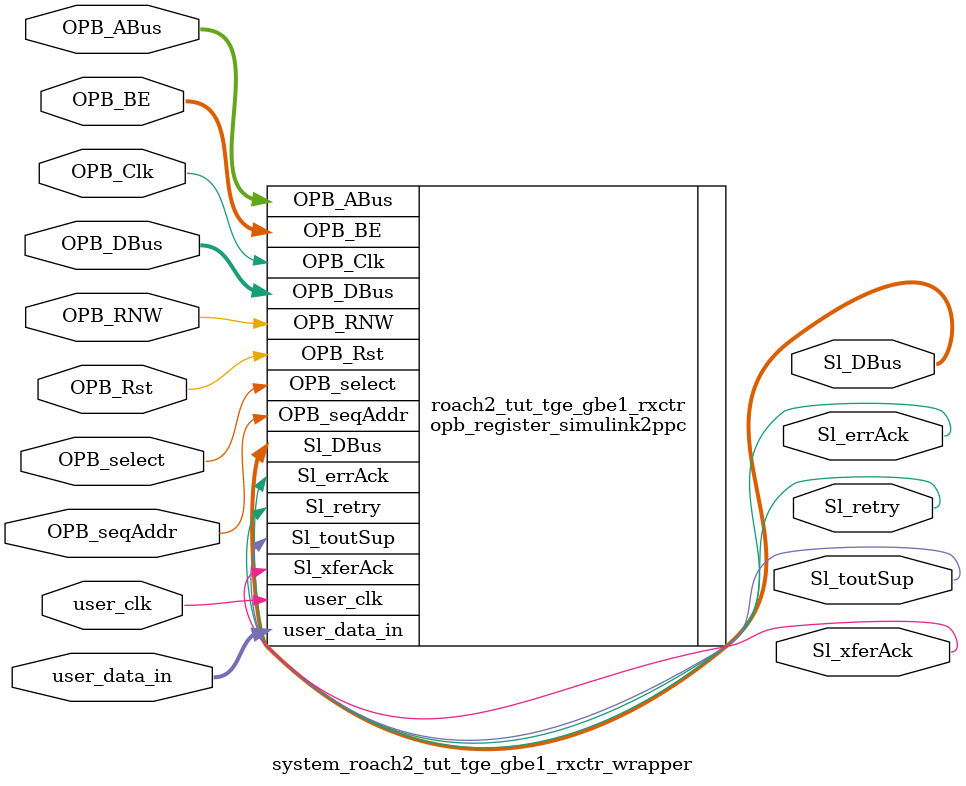
<source format=v>

module system_roach2_tut_tge_gbe1_rxctr_wrapper
  (
    OPB_Clk,
    OPB_Rst,
    Sl_DBus,
    Sl_errAck,
    Sl_retry,
    Sl_toutSup,
    Sl_xferAck,
    OPB_ABus,
    OPB_BE,
    OPB_DBus,
    OPB_RNW,
    OPB_select,
    OPB_seqAddr,
    user_data_in,
    user_clk
  );
  input OPB_Clk;
  input OPB_Rst;
  output [0:31] Sl_DBus;
  output Sl_errAck;
  output Sl_retry;
  output Sl_toutSup;
  output Sl_xferAck;
  input [0:31] OPB_ABus;
  input [0:3] OPB_BE;
  input [0:31] OPB_DBus;
  input OPB_RNW;
  input OPB_select;
  input OPB_seqAddr;
  input [31:0] user_data_in;
  input user_clk;

  opb_register_simulink2ppc
    #(
      .C_BASEADDR ( 32'h01088100 ),
      .C_HIGHADDR ( 32'h010881FF ),
      .C_OPB_AWIDTH ( 32 ),
      .C_OPB_DWIDTH ( 32 ),
      .C_FAMILY ( "virtex6" )
    )
    roach2_tut_tge_gbe1_rxctr (
      .OPB_Clk ( OPB_Clk ),
      .OPB_Rst ( OPB_Rst ),
      .Sl_DBus ( Sl_DBus ),
      .Sl_errAck ( Sl_errAck ),
      .Sl_retry ( Sl_retry ),
      .Sl_toutSup ( Sl_toutSup ),
      .Sl_xferAck ( Sl_xferAck ),
      .OPB_ABus ( OPB_ABus ),
      .OPB_BE ( OPB_BE ),
      .OPB_DBus ( OPB_DBus ),
      .OPB_RNW ( OPB_RNW ),
      .OPB_select ( OPB_select ),
      .OPB_seqAddr ( OPB_seqAddr ),
      .user_data_in ( user_data_in ),
      .user_clk ( user_clk )
    );

endmodule


</source>
